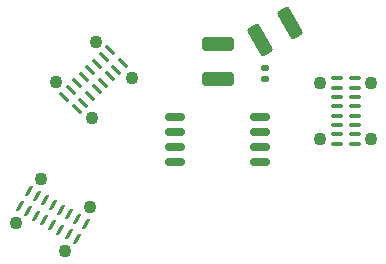
<source format=gbr>
%TF.GenerationSoftware,KiCad,Pcbnew,9.0.6*%
%TF.CreationDate,2025-11-26T00:28:20+08:00*%
%TF.ProjectId,gerber,67657262-6572-42e6-9b69-6361645f7063,rev?*%
%TF.SameCoordinates,Original*%
%TF.FileFunction,Paste,Top*%
%TF.FilePolarity,Positive*%
%FSLAX46Y46*%
G04 Gerber Fmt 4.6, Leading zero omitted, Abs format (unit mm)*
G04 Created by KiCad (PCBNEW 9.0.6) date 2025-11-26 00:28:20*
%MOMM*%
%LPD*%
G01*
G04 APERTURE LIST*
G04 Aperture macros list*
%AMRoundRect*
0 Rectangle with rounded corners*
0 $1 Rounding radius*
0 $2 $3 $4 $5 $6 $7 $8 $9 X,Y pos of 4 corners*
0 Add a 4 corners polygon primitive as box body*
4,1,4,$2,$3,$4,$5,$6,$7,$8,$9,$2,$3,0*
0 Add four circle primitives for the rounded corners*
1,1,$1+$1,$2,$3*
1,1,$1+$1,$4,$5*
1,1,$1+$1,$6,$7*
1,1,$1+$1,$8,$9*
0 Add four rect primitives between the rounded corners*
20,1,$1+$1,$2,$3,$4,$5,0*
20,1,$1+$1,$4,$5,$6,$7,0*
20,1,$1+$1,$6,$7,$8,$9,0*
20,1,$1+$1,$8,$9,$2,$3,0*%
G04 Aperture macros list end*
%ADD10RoundRect,0.162500X-0.650000X-0.162500X0.650000X-0.162500X0.650000X0.162500X-0.650000X0.162500X0*%
%ADD11RoundRect,0.250000X1.100000X-0.325000X1.100000X0.325000X-1.100000X0.325000X-1.100000X-0.325000X0*%
%ADD12RoundRect,0.075000X0.425000X-0.075000X0.425000X0.075000X-0.425000X0.075000X-0.425000X-0.075000X0*%
%ADD13C,1.100000*%
%ADD14RoundRect,0.250000X0.268542X-1.115128X0.831458X-0.790128X-0.268542X1.115128X-0.831458X0.790128X0*%
%ADD15RoundRect,0.075000X0.247487X-0.353553X0.353553X-0.247487X-0.247487X0.353553X-0.353553X0.247487X0*%
%ADD16RoundRect,0.075000X-0.277452X-0.330561X-0.147548X-0.405561X0.277452X0.330561X0.147548X0.405561X0*%
%ADD17RoundRect,0.140000X0.170000X-0.140000X0.170000X0.140000X-0.170000X0.140000X-0.170000X-0.140000X0*%
G04 APERTURE END LIST*
D10*
%TO.C,U1*%
X121824340Y-110436194D03*
X121824340Y-111706194D03*
X121824340Y-112976194D03*
X121824340Y-114246194D03*
X128999340Y-114246194D03*
X128999340Y-112976194D03*
X128999340Y-111706194D03*
X128999340Y-110436194D03*
%TD*%
D11*
%TO.C,C2*%
X125479340Y-107196194D03*
X125479340Y-104246194D03*
%TD*%
D12*
%TO.C,J1*%
X135499340Y-112676194D03*
X135499340Y-111886194D03*
X135499340Y-111096194D03*
X135499340Y-110306194D03*
X135499340Y-109516194D03*
X135499340Y-108726194D03*
X135499340Y-107936194D03*
X135499340Y-107146194D03*
X137019340Y-107146194D03*
X137019340Y-107936194D03*
X137019340Y-108726194D03*
X137019340Y-109516194D03*
X137019340Y-110306194D03*
X137019340Y-111096194D03*
X137019340Y-111886194D03*
X137019340Y-112676194D03*
D13*
X134109340Y-112296194D03*
X138409340Y-112296194D03*
X134109340Y-107496194D03*
X138409340Y-107496194D03*
%TD*%
D14*
%TO.C,C3*%
X129030000Y-103900000D03*
X131584774Y-102425000D03*
%TD*%
D15*
%TO.C,J3*%
X112425192Y-108680006D03*
X112983806Y-108121391D03*
X113542421Y-107562777D03*
X114101035Y-107004163D03*
X114659649Y-106445548D03*
X115218264Y-105886934D03*
X115776878Y-105328320D03*
X116335492Y-104769705D03*
X117410295Y-105844508D03*
X116851680Y-106403122D03*
X116293066Y-106961736D03*
X115734452Y-107520351D03*
X115175837Y-108078965D03*
X114617223Y-108637579D03*
X114058609Y-109196194D03*
X113499994Y-109754808D03*
D13*
X111711014Y-107428427D03*
X114751573Y-110468986D03*
X115105127Y-104034314D03*
X118145686Y-107074873D03*
%TD*%
D16*
%TO.C,J4*%
X109459226Y-116669157D03*
X110143387Y-117064156D03*
X110827547Y-117459157D03*
X111511706Y-117854158D03*
X112195867Y-118249156D03*
X112880027Y-118644157D03*
X113564185Y-119039157D03*
X114248347Y-119434156D03*
X113488346Y-120750516D03*
X112804187Y-120355515D03*
X112120027Y-119960515D03*
X111435866Y-119565516D03*
X110751706Y-119170515D03*
X110067547Y-118775514D03*
X109383386Y-118380516D03*
X108699226Y-117985515D03*
D13*
X110483316Y-115655381D03*
X108333317Y-119379290D03*
X114640237Y-118055382D03*
X112490238Y-121779291D03*
%TD*%
D17*
%TO.C,C1*%
X129429340Y-107236194D03*
X129429340Y-106276194D03*
%TD*%
M02*

</source>
